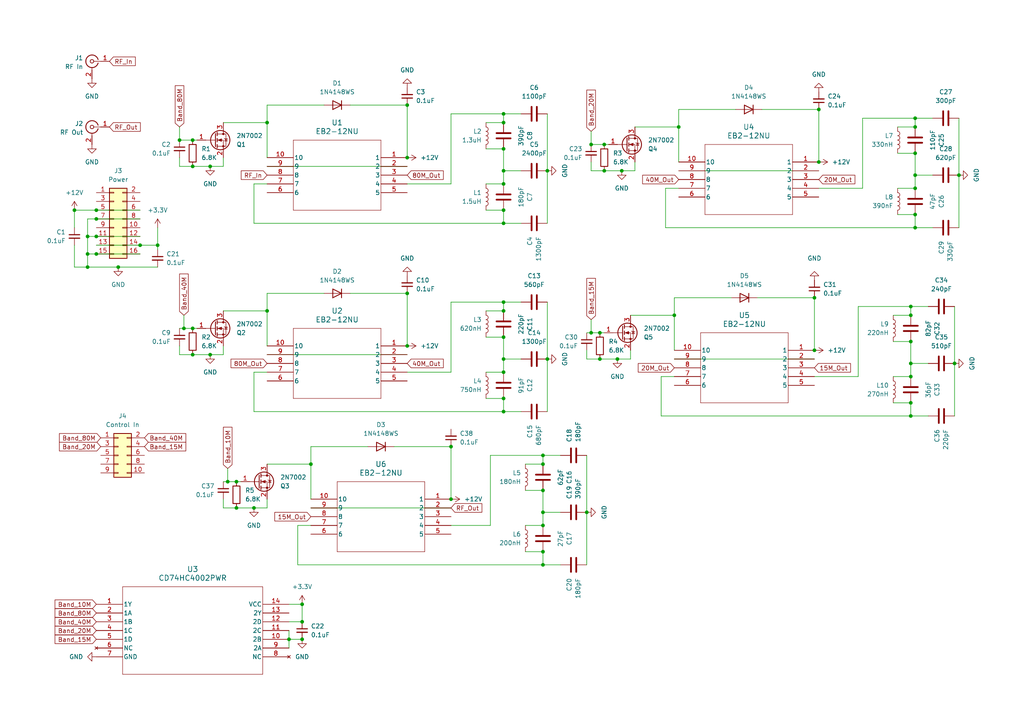
<source format=kicad_sch>
(kicad_sch (version 20230121) (generator eeschema)
  (paper "A4")
  (title_block (title "T41-EP QSE Filter") (company "Jonathan Burchmore KN6LFB"))
  (lib_symbols
    (symbol "Device:C_Small" (pin_numbers hide) (pin_names (offset 0.254) hide)
      (property "Reference" "C" (at 0.254 1.778 0))
      (property "Value" "C_Small" (at 0.254 -2.032 0))
      (symbol "C_Small_1_1"
        (pin passive line (at 0 2.54 270) (length 2.032) (name "~") (number "1"))
        (pin passive line (at 0 -2.54 90) (length 2.032) (name "~") (number "2"))
      )
    )
    (symbol "QSE Filter:1N4148WS" (pin_numbers hide) (pin_names hide)
      (property "Reference" "D" (at 0 2.54 0))
      (property "Value" "1N4148WS" (at 0 -2.54 0))
      (symbol "1N4148WS_1_1"
        (pin passive line (at -3.81 0 0) (length 2.54) (name "K") (number "1"))
        (pin passive line (at 3.81 0 180) (length 2.54) (name "A") (number "2"))
      )
    )
    (symbol "QSE Filter:2N7002" (pin_names hide)
      (property "Reference" "Q" (at 5.08 1.905 0))
      (property "Value" "2N7002" (at 5.08 0 0))
      (symbol "2N7002_1_1"
        (pin input line (at -5.08 0 0) (length 2.54) (name "G") (number "1"))
        (pin passive line (at 2.54 -5.08 90) (length 2.54) (name "S") (number "2"))
        (pin passive line (at 2.54 5.08 270) (length 2.54) (name "D") (number "3"))
      )
    )
    (symbol "QSE Filter:C" (pin_numbers hide) (pin_names (offset 0.254))
      (property "Reference" "C" (at 0.635 2.54 0))
      (property "Value" "C" (at 0.635 -2.54 0))
      (symbol "C_1_1"
        (pin passive line (at 0 3.81 270) (length 2.794) (name "~") (number "1"))
        (pin passive line (at 0 -3.81 90) (length 2.794) (name "~") (number "2"))
      )
    )
    (symbol "QSE Filter:CD74HC4002PWR" (pin_names (offset 0.254))
      (property "Reference" "U" (at 27.94 10.16 0))
      (property "Value" "CD74HC4002PWR" (at 27.94 7.62 0))
      (symbol "CD74HC4002PWR_0_1"
        (pin output line (at 0 0 0) (length 7.62) (name "1Y") (number "1"))
        (pin input line (at 55.88 -10.16 180) (length 7.62) (name "2B") (number "10"))
        (pin input line (at 55.88 -7.62 180) (length 7.62) (name "2C") (number "11"))
        (pin input line (at 55.88 -5.08 180) (length 7.62) (name "2D") (number "12"))
        (pin output line (at 55.88 -2.54 180) (length 7.62) (name "2Y") (number "13"))
        (pin power_in line (at 55.88 0 180) (length 7.62) (name "VCC") (number "14"))
        (pin input line (at 0 -2.54 0) (length 7.62) (name "1A") (number "2"))
        (pin input line (at 0 -5.08 0) (length 7.62) (name "1B") (number "3"))
        (pin input line (at 0 -7.62 0) (length 7.62) (name "1C") (number "4"))
        (pin input line (at 0 -10.16 0) (length 7.62) (name "1D") (number "5"))
        (pin no_connect line (at 0 -12.7 0) (length 7.62) (name "NC") (number "6"))
        (pin power_in line (at 0 -15.24 0) (length 7.62) (name "GND") (number "7"))
        (pin no_connect line (at 55.88 -15.24 180) (length 7.62) (name "NC") (number "8"))
        (pin input line (at 55.88 -12.7 180) (length 7.62) (name "2A") (number "9"))
      )
    )
    (symbol "QSE Filter:C_Small" (pin_numbers hide) (pin_names (offset 0.254) hide)
      (property "Reference" "C" (at 0.254 1.778 0))
      (property "Value" "C_Small" (at 0.254 -2.032 0))
      (symbol "C_Small_1_1"
        (pin passive line (at 0 2.54 270) (length 2.032) (name "~") (number "1"))
        (pin passive line (at 0 -2.54 90) (length 2.032) (name "~") (number "2"))
      )
    )
    (symbol "QSE Filter:Conn_02x05_Odd_Even" (pin_names (offset 1.016) hide)
      (property "Reference" "J" (at 1.27 7.62 0))
      (property "Value" "Conn_02x05_Odd_Even" (at 1.27 -7.62 0))
      (symbol "Conn_02x05_Odd_Even_1_1"
        (pin passive line (at -5.08 5.08 0) (length 3.81) (name "Pin_1") (number "1"))
        (pin passive line (at 7.62 -5.08 180) (length 3.81) (name "Pin_10") (number "10"))
        (pin passive line (at 7.62 5.08 180) (length 3.81) (name "Pin_2") (number "2"))
        (pin passive line (at -5.08 2.54 0) (length 3.81) (name "Pin_3") (number "3"))
        (pin passive line (at 7.62 2.54 180) (length 3.81) (name "Pin_4") (number "4"))
        (pin passive line (at -5.08 0 0) (length 3.81) (name "Pin_5") (number "5"))
        (pin passive line (at 7.62 0 180) (length 3.81) (name "Pin_6") (number "6"))
        (pin passive line (at -5.08 -2.54 0) (length 3.81) (name "Pin_7") (number "7"))
        (pin passive line (at 7.62 -2.54 180) (length 3.81) (name "Pin_8") (number "8"))
        (pin passive line (at -5.08 -5.08 0) (length 3.81) (name "Pin_9") (number "9"))
      )
    )
    (symbol "QSE Filter:Conn_02x08_Odd_Even" (pin_names (offset 1.016) hide)
      (property "Reference" "J" (at 1.27 10.16 0))
      (property "Value" "Conn_02x08_Odd_Even" (at 1.27 -12.7 0))
      (symbol "Conn_02x08_Odd_Even_1_1"
        (pin passive line (at -5.08 7.62 0) (length 3.81) (name "Pin_1") (number "1"))
        (pin passive line (at 7.62 -2.54 180) (length 3.81) (name "Pin_10") (number "10"))
        (pin passive line (at -5.08 -5.08 0) (length 3.81) (name "Pin_11") (number "11"))
        (pin passive line (at 7.62 -5.08 180) (length 3.81) (name "Pin_12") (number "12"))
        (pin passive line (at -5.08 -7.62 0) (length 3.81) (name "Pin_13") (number "13"))
        (pin passive line (at 7.62 -7.62 180) (length 3.81) (name "Pin_14") (number "14"))
        (pin passive line (at -5.08 -10.16 0) (length 3.81) (name "Pin_15") (number "15"))
        (pin passive line (at 7.62 -10.16 180) (length 3.81) (name "Pin_16") (number "16"))
        (pin passive line (at 7.62 7.62 180) (length 3.81) (name "Pin_2") (number "2"))
        (pin passive line (at -5.08 5.08 0) (length 3.81) (name "Pin_3") (number "3"))
        (pin passive line (at 7.62 5.08 180) (length 3.81) (name "Pin_4") (number "4"))
        (pin passive line (at -5.08 2.54 0) (length 3.81) (name "Pin_5") (number "5"))
        (pin passive line (at 7.62 2.54 180) (length 3.81) (name "Pin_6") (number "6"))
        (pin passive line (at -5.08 0 0) (length 3.81) (name "Pin_7") (number "7"))
        (pin passive line (at 7.62 0 180) (length 3.81) (name "Pin_8") (number "8"))
        (pin passive line (at -5.08 -2.54 0) (length 3.81) (name "Pin_9") (number "9"))
      )
    )
    (symbol "QSE Filter:Conn_Coaxial" (pin_names (offset 1.016) hide)
      (property "Reference" "J" (at 0.254 3.048 0))
      (property "Value" "Conn_Coaxial" (at 2.921 0 90))
      (symbol "Conn_Coaxial_1_1"
        (pin passive line (at -5.08 0 0) (length 2.54) (name "In") (number "1"))
        (pin passive line (at 0 -5.08 90) (length 2.54) (name "Ext") (number "2"))
        (pin passive line (at 0 -5.08 90) (length 2.54) hide (name "Ext") (number "3"))
        (pin passive line (at 0 -5.08 90) (length 2.54) hide (name "Ext") (number "4"))
        (pin passive line (at 0 -5.08 90) (length 2.54) hide (name "Ext") (number "5"))
      )
    )
    (symbol "QSE Filter:EB2-12NU" (pin_names (offset 0.254))
      (property "Reference" "U" (at 20.32 10.16 0))
      (property "Value" "EB2-12NU" (at 20.32 7.62 0))
      (symbol "EB2-12NU_0_1"
        (pin unspecified line (at 0 0 0) (length 7.62) (name "1") (number "1"))
        (pin unspecified line (at 40.64 0 180) (length 7.62) (name "10") (number "10"))
        (pin unspecified line (at 0 -2.54 0) (length 7.62) (name "2") (number "2"))
        (pin unspecified line (at 0 -5.08 0) (length 7.62) (name "3") (number "3"))
        (pin unspecified line (at 0 -7.62 0) (length 7.62) (name "4") (number "4"))
        (pin unspecified line (at 0 -10.16 0) (length 7.62) (name "5") (number "5"))
        (pin unspecified line (at 40.64 -10.16 180) (length 7.62) (name "6") (number "6"))
        (pin unspecified line (at 40.64 -7.62 180) (length 7.62) (name "7") (number "7"))
        (pin unspecified line (at 40.64 -5.08 180) (length 7.62) (name "8") (number "8"))
        (pin unspecified line (at 40.64 -2.54 180) (length 7.62) (name "9") (number "9"))
      )
    )
    (symbol "QSE Filter:L" (pin_numbers hide) (pin_names (offset 1.016) hide)
      (property "Reference" "L" (at -1.27 0 90))
      (property "Value" "L" (at 1.905 0 90))
      (symbol "L_1_1"
        (pin passive line (at 0 3.81 270) (length 1.27) (name "1") (number "1"))
        (pin passive line (at 0 -3.81 90) (length 1.27) (name "2") (number "2"))
      )
    )
    (symbol "QSE Filter:R" (pin_numbers hide) (pin_names (offset 0))
      (property "Reference" "R" (at 2.032 0 90))
      (property "Value" "R" (at 0 0 90))
      (symbol "R_1_1"
        (pin passive line (at 0 3.81 270) (length 1.27) (name "~") (number "1"))
        (pin passive line (at 0 -3.81 90) (length 1.27) (name "~") (number "2"))
      )
    )
    (symbol "power:+12V" (power) (pin_names (offset 0))
      (property "Value" "+12V" (at 0 3.556 0))
      (symbol "+12V_1_1"
        (pin power_in line (at 0 0 90) (length 0) hide (name "+12V") (number "1"))
      )
    )
    (symbol "power:+3.3V" (power) (pin_names (offset 0))
      (property "Value" "+3.3V" (at 0 3.556 0))
      (symbol "+3.3V_1_1"
        (pin power_in line (at 0 0 90) (length 0) hide (name "+3.3V") (number "1"))
      )
    )
    (symbol "power:GND" (power) (pin_names (offset 0))
      (property "Value" "GND" (at 0 -3.81 0))
      (symbol "GND_1_1"
        (pin power_in line (at 0 0 270) (length 0) hide (name "GND") (number "1"))
      )
    )
  )
  (junction (at 87.63 180.34))
  (junction (at 25.4 68.58))
  (junction (at 52.07 40.64))
  (junction (at 21.59 60.96))
  (junction (at 276.86 105.41))
  (junction (at 27.94 63.5))
  (junction (at 265.43 54.61))
  (junction (at 265.43 36.83))
  (junction (at 170.18 148.59))
  (junction (at 265.43 44.45))
  (junction (at 157.48 134.62))
  (junction (at 146.05 53.34))
  (junction (at 146.05 119.38))
  (junction (at 118.11 30.48))
  (junction (at 40.64 71.12))
  (junction (at 264.16 120.65))
  (junction (at 146.05 87.63))
  (junction (at 196.85 36.83))
  (junction (at 53.34 95.25))
  (junction (at 157.48 148.59))
  (junction (at 173.99 104.14))
  (junction (at 157.48 132.08))
  (junction (at 146.05 90.17))
  (junction (at 25.4 73.66))
  (junction (at 175.26 49.53))
  (junction (at 146.05 64.77))
  (junction (at 237.49 31.75))
  (junction (at 66.04 139.7))
  (junction (at 173.99 96.52))
  (junction (at 265.43 34.29))
  (junction (at 90.17 134.62))
  (junction (at 175.26 41.91))
  (junction (at 130.81 144.78))
  (junction (at 264.16 109.22))
  (junction (at 25.4 77.47))
  (junction (at 158.75 49.53))
  (junction (at 236.22 101.6))
  (junction (at 171.45 41.91))
  (junction (at 87.63 175.26))
  (junction (at 146.05 115.57))
  (junction (at 55.88 40.64))
  (junction (at 45.72 71.12))
  (junction (at 27.94 68.58))
  (junction (at 27.94 73.66))
  (junction (at 146.05 97.79))
  (junction (at 60.96 48.26))
  (junction (at 55.88 102.87))
  (junction (at 146.05 35.56))
  (junction (at 55.88 48.26))
  (junction (at 180.34 49.53))
  (junction (at 265.43 50.8))
  (junction (at 157.48 160.02))
  (junction (at 27.94 60.96))
  (junction (at 118.11 85.09))
  (junction (at 146.05 49.53))
  (junction (at 264.16 116.84))
  (junction (at 237.49 46.99))
  (junction (at 87.63 185.42))
  (junction (at 146.05 33.02))
  (junction (at 34.29 77.47))
  (junction (at 264.16 91.44))
  (junction (at 179.07 104.14))
  (junction (at 118.11 45.72))
  (junction (at 157.48 142.24))
  (junction (at 278.13 50.8))
  (junction (at 77.47 35.56))
  (junction (at 171.45 96.52))
  (junction (at 130.81 129.54))
  (junction (at 236.22 86.36))
  (junction (at 146.05 60.96))
  (junction (at 55.88 95.25))
  (junction (at 264.16 88.9))
  (junction (at 157.48 152.4))
  (junction (at 146.05 107.95))
  (junction (at 60.96 102.87))
  (junction (at 68.58 147.32))
  (junction (at 73.66 147.32))
  (junction (at 146.05 104.14))
  (junction (at 77.47 90.17))
  (junction (at 264.16 105.41))
  (junction (at 195.58 91.44))
  (junction (at 264.16 99.06))
  (junction (at 157.48 163.83))
  (junction (at 158.75 104.14))
  (junction (at 265.43 66.04))
  (junction (at 83.82 185.42))
  (junction (at 146.05 43.18))
  (junction (at 265.43 62.23))
  (junction (at 118.11 100.33))
  (junction (at 68.58 139.7))
  (wire (pts (xy 157.48 134.62) (xy 157.48 132.08)))
  (wire (pts (xy 151.13 119.38) (xy 146.05 119.38)))
  (wire (pts (xy 90.17 129.54) (xy 106.68 129.54)))
  (wire (pts (xy 52.07 102.87) (xy 55.88 102.87)))
  (wire (pts (xy 27.94 63.5) (xy 40.64 63.5)))
  (wire (pts (xy 171.45 41.91) (xy 175.26 41.91)))
  (wire (pts (xy 237.49 31.75) (xy 237.49 46.99)))
  (wire (pts (xy 52.07 95.25) (xy 53.34 95.25)))
  (wire (pts (xy 264.16 88.9) (xy 248.92 88.9)))
  (wire (pts (xy 25.4 63.5) (xy 25.4 68.58)))
  (wire (pts (xy 171.45 49.53) (xy 171.45 46.99)))
  (wire (pts (xy 64.77 48.26) (xy 64.77 45.72)))
  (wire (pts (xy 195.58 109.22) (xy 191.77 109.22)))
  (wire (pts (xy 52.07 36.83) (xy 52.07 40.64)))
  (wire (pts (xy 73.66 119.38) (xy 146.05 119.38)))
  (wire (pts (xy 90.17 147.32) (xy 130.81 147.32)))
  (wire (pts (xy 60.96 102.87) (xy 64.77 102.87)))
  (wire (pts (xy 146.05 33.02) (xy 151.13 33.02)))
  (wire (pts (xy 171.45 49.53) (xy 175.26 49.53)))
  (wire (pts (xy 21.59 60.96) (xy 21.59 66.04)))
  (wire (pts (xy 259.08 99.06) (xy 264.16 99.06)))
  (wire (pts (xy 55.88 95.25) (xy 57.15 95.25)))
  (wire (pts (xy 157.48 132.08) (xy 142.24 132.08)))
  (wire (pts (xy 140.97 60.96) (xy 146.05 60.96)))
  (wire (pts (xy 219.71 86.36) (xy 236.22 86.36)))
  (wire (pts (xy 114.3 129.54) (xy 130.81 129.54)))
  (wire (pts (xy 66.04 139.7) (xy 68.58 139.7)))
  (wire (pts (xy 52.07 102.87) (xy 52.07 100.33)))
  (wire (pts (xy 171.45 38.1) (xy 171.45 41.91)))
  (wire (pts (xy 83.82 182.88) (xy 83.82 185.42)))
  (wire (pts (xy 101.6 30.48) (xy 118.11 30.48)))
  (wire (pts (xy 220.98 31.75) (xy 237.49 31.75)))
  (wire (pts (xy 146.05 33.02) (xy 130.81 33.02)))
  (wire (pts (xy 171.45 92.71) (xy 171.45 96.52)))
  (wire (pts (xy 140.97 115.57) (xy 146.05 115.57)))
  (wire (pts (xy 193.04 54.61) (xy 193.04 66.04)))
  (wire (pts (xy 73.66 64.77) (xy 146.05 64.77)))
  (wire (pts (xy 118.11 85.09) (xy 118.11 100.33)))
  (wire (pts (xy 27.94 63.5) (xy 25.4 63.5)))
  (wire (pts (xy 77.47 134.62) (xy 90.17 134.62)))
  (wire (pts (xy 77.47 147.32) (xy 77.47 144.78)))
  (wire (pts (xy 77.47 85.09) (xy 93.98 85.09)))
  (wire (pts (xy 265.43 50.8) (xy 270.51 50.8)))
  (wire (pts (xy 140.97 53.34) (xy 146.05 53.34)))
  (wire (pts (xy 158.75 104.14) (xy 158.75 87.63)))
  (wire (pts (xy 260.35 54.61) (xy 265.43 54.61)))
  (wire (pts (xy 264.16 91.44) (xy 264.16 88.9)))
  (wire (pts (xy 45.72 71.12) (xy 45.72 72.39)))
  (wire (pts (xy 130.81 87.63) (xy 130.81 107.95)))
  (wire (pts (xy 173.99 96.52) (xy 175.26 96.52)))
  (wire (pts (xy 86.36 163.83) (xy 157.48 163.83)))
  (wire (pts (xy 52.07 48.26) (xy 52.07 45.72)))
  (wire (pts (xy 90.17 152.4) (xy 86.36 152.4)))
  (wire (pts (xy 175.26 41.91) (xy 176.53 41.91)))
  (wire (pts (xy 248.92 88.9) (xy 248.92 109.22)))
  (wire (pts (xy 34.29 77.47) (xy 45.72 77.47)))
  (wire (pts (xy 77.47 45.72) (xy 77.47 35.56)))
  (wire (pts (xy 278.13 50.8) (xy 278.13 34.29)))
  (wire (pts (xy 259.08 109.22) (xy 264.16 109.22)))
  (wire (pts (xy 77.47 102.87) (xy 118.11 102.87)))
  (wire (pts (xy 64.77 35.56) (xy 77.47 35.56)))
  (wire (pts (xy 265.43 34.29) (xy 270.51 34.29)))
  (wire (pts (xy 52.07 48.26) (xy 55.88 48.26)))
  (wire (pts (xy 77.47 90.17) (xy 77.47 85.09)))
  (wire (pts (xy 264.16 105.41) (xy 264.16 99.06)))
  (wire (pts (xy 21.59 77.47) (xy 25.4 77.47)))
  (wire (pts (xy 259.08 91.44) (xy 264.16 91.44)))
  (wire (pts (xy 64.77 147.32) (xy 64.77 144.78)))
  (wire (pts (xy 184.15 49.53) (xy 184.15 46.99)))
  (wire (pts (xy 276.86 120.65) (xy 276.86 105.41)))
  (wire (pts (xy 90.17 134.62) (xy 90.17 129.54)))
  (wire (pts (xy 87.63 185.42) (xy 83.82 185.42)))
  (wire (pts (xy 101.6 85.09) (xy 118.11 85.09)))
  (wire (pts (xy 170.18 163.83) (xy 170.18 148.59)))
  (wire (pts (xy 170.18 96.52) (xy 171.45 96.52)))
  (wire (pts (xy 55.88 40.64) (xy 57.15 40.64)))
  (wire (pts (xy 146.05 90.17) (xy 146.05 87.63)))
  (wire (pts (xy 27.94 73.66) (xy 40.64 73.66)))
  (wire (pts (xy 64.77 102.87) (xy 64.77 100.33)))
  (wire (pts (xy 269.24 120.65) (xy 264.16 120.65)))
  (wire (pts (xy 40.64 71.12) (xy 45.72 71.12)))
  (wire (pts (xy 83.82 185.42) (xy 83.82 187.96)))
  (wire (pts (xy 152.4 134.62) (xy 157.48 134.62)))
  (wire (pts (xy 86.36 152.4) (xy 86.36 163.83)))
  (wire (pts (xy 146.05 87.63) (xy 151.13 87.63)))
  (wire (pts (xy 140.97 35.56) (xy 146.05 35.56)))
  (wire (pts (xy 173.99 104.14) (xy 179.07 104.14)))
  (wire (pts (xy 83.82 180.34) (xy 87.63 180.34)))
  (wire (pts (xy 146.05 64.77) (xy 146.05 60.96)))
  (wire (pts (xy 118.11 107.95) (xy 130.81 107.95)))
  (wire (pts (xy 265.43 54.61) (xy 265.43 50.8)))
  (wire (pts (xy 64.77 90.17) (xy 77.47 90.17)))
  (wire (pts (xy 157.48 132.08) (xy 162.56 132.08)))
  (wire (pts (xy 157.48 148.59) (xy 162.56 148.59)))
  (wire (pts (xy 152.4 142.24) (xy 157.48 142.24)))
  (wire (pts (xy 73.66 107.95) (xy 73.66 119.38)))
  (wire (pts (xy 25.4 73.66) (xy 27.94 73.66)))
  (wire (pts (xy 73.66 147.32) (xy 77.47 147.32)))
  (wire (pts (xy 25.4 68.58) (xy 27.94 68.58)))
  (wire (pts (xy 142.24 132.08) (xy 142.24 152.4)))
  (wire (pts (xy 264.16 105.41) (xy 269.24 105.41)))
  (wire (pts (xy 77.47 107.95) (xy 73.66 107.95)))
  (wire (pts (xy 259.08 116.84) (xy 264.16 116.84)))
  (wire (pts (xy 193.04 66.04) (xy 265.43 66.04)))
  (wire (pts (xy 196.85 31.75) (xy 213.36 31.75)))
  (wire (pts (xy 264.16 88.9) (xy 269.24 88.9)))
  (wire (pts (xy 77.47 30.48) (xy 93.98 30.48)))
  (wire (pts (xy 157.48 163.83) (xy 157.48 160.02)))
  (wire (pts (xy 27.94 71.12) (xy 40.64 71.12)))
  (wire (pts (xy 158.75 64.77) (xy 158.75 49.53)))
  (wire (pts (xy 68.58 139.7) (xy 69.85 139.7)))
  (wire (pts (xy 118.11 30.48) (xy 118.11 45.72)))
  (wire (pts (xy 191.77 109.22) (xy 191.77 120.65)))
  (wire (pts (xy 171.45 96.52) (xy 173.99 96.52)))
  (wire (pts (xy 265.43 50.8) (xy 265.43 44.45)))
  (wire (pts (xy 195.58 104.14) (xy 236.22 104.14)))
  (wire (pts (xy 146.05 104.14) (xy 151.13 104.14)))
  (wire (pts (xy 146.05 107.95) (xy 146.05 104.14)))
  (wire (pts (xy 118.11 53.34) (xy 130.81 53.34)))
  (wire (pts (xy 278.13 66.04) (xy 278.13 50.8)))
  (wire (pts (xy 191.77 120.65) (xy 264.16 120.65)))
  (wire (pts (xy 27.94 68.58) (xy 40.64 68.58)))
  (wire (pts (xy 179.07 104.14) (xy 182.88 104.14)))
  (wire (pts (xy 25.4 77.47) (xy 34.29 77.47)))
  (wire (pts (xy 53.34 91.44) (xy 53.34 95.25)))
  (wire (pts (xy 265.43 66.04) (xy 265.43 62.23)))
  (wire (pts (xy 52.07 40.64) (xy 55.88 40.64)))
  (wire (pts (xy 195.58 91.44) (xy 195.58 86.36)))
  (wire (pts (xy 146.05 49.53) (xy 146.05 43.18)))
  (wire (pts (xy 236.22 109.22) (xy 248.92 109.22)))
  (wire (pts (xy 25.4 68.58) (xy 25.4 73.66)))
  (wire (pts (xy 276.86 105.41) (xy 276.86 88.9)))
  (wire (pts (xy 265.43 36.83) (xy 265.43 34.29)))
  (wire (pts (xy 73.66 53.34) (xy 73.66 64.77)))
  (wire (pts (xy 196.85 54.61) (xy 193.04 54.61)))
  (wire (pts (xy 146.05 104.14) (xy 146.05 97.79)))
  (wire (pts (xy 237.49 54.61) (xy 250.19 54.61)))
  (wire (pts (xy 90.17 144.78) (xy 90.17 134.62)))
  (wire (pts (xy 182.88 91.44) (xy 195.58 91.44)))
  (wire (pts (xy 77.47 48.26) (xy 118.11 48.26)))
  (wire (pts (xy 265.43 34.29) (xy 250.19 34.29)))
  (wire (pts (xy 184.15 36.83) (xy 196.85 36.83)))
  (wire (pts (xy 260.35 62.23) (xy 265.43 62.23)))
  (wire (pts (xy 180.34 49.53) (xy 184.15 49.53)))
  (wire (pts (xy 77.47 53.34) (xy 73.66 53.34)))
  (wire (pts (xy 146.05 35.56) (xy 146.05 33.02)))
  (wire (pts (xy 68.58 147.32) (xy 73.66 147.32)))
  (wire (pts (xy 260.35 36.83) (xy 265.43 36.83)))
  (wire (pts (xy 55.88 102.87) (xy 60.96 102.87)))
  (wire (pts (xy 55.88 48.26) (xy 60.96 48.26)))
  (wire (pts (xy 196.85 36.83) (xy 196.85 31.75)))
  (wire (pts (xy 45.72 71.12) (xy 45.72 66.04)))
  (wire (pts (xy 157.48 148.59) (xy 157.48 142.24)))
  (wire (pts (xy 21.59 71.12) (xy 21.59 77.47)))
  (wire (pts (xy 146.05 53.34) (xy 146.05 49.53)))
  (wire (pts (xy 175.26 49.53) (xy 180.34 49.53)))
  (wire (pts (xy 260.35 44.45) (xy 265.43 44.45)))
  (wire (pts (xy 196.85 46.99) (xy 196.85 36.83)))
  (wire (pts (xy 270.51 66.04) (xy 265.43 66.04)))
  (wire (pts (xy 60.96 48.26) (xy 64.77 48.26)))
  (wire (pts (xy 140.97 90.17) (xy 146.05 90.17)))
  (wire (pts (xy 158.75 119.38) (xy 158.75 104.14)))
  (wire (pts (xy 157.48 152.4) (xy 157.48 148.59)))
  (wire (pts (xy 140.97 107.95) (xy 146.05 107.95)))
  (wire (pts (xy 236.22 86.36) (xy 236.22 101.6)))
  (wire (pts (xy 170.18 148.59) (xy 170.18 132.08)))
  (wire (pts (xy 182.88 104.14) (xy 182.88 101.6)))
  (wire (pts (xy 250.19 34.29) (xy 250.19 54.61)))
  (wire (pts (xy 66.04 135.89) (xy 66.04 139.7)))
  (wire (pts (xy 25.4 73.66) (xy 25.4 77.47)))
  (wire (pts (xy 170.18 104.14) (xy 173.99 104.14)))
  (wire (pts (xy 77.47 100.33) (xy 77.47 90.17)))
  (wire (pts (xy 196.85 49.53) (xy 237.49 49.53)))
  (wire (pts (xy 87.63 180.34) (xy 87.63 175.26)))
  (wire (pts (xy 130.81 129.54) (xy 130.81 144.78)))
  (wire (pts (xy 264.16 109.22) (xy 264.16 105.41)))
  (wire (pts (xy 170.18 104.14) (xy 170.18 101.6)))
  (wire (pts (xy 146.05 49.53) (xy 151.13 49.53)))
  (wire (pts (xy 140.97 43.18) (xy 146.05 43.18)))
  (wire (pts (xy 64.77 147.32) (xy 68.58 147.32)))
  (wire (pts (xy 162.56 163.83) (xy 157.48 163.83)))
  (wire (pts (xy 64.77 139.7) (xy 66.04 139.7)))
  (wire (pts (xy 27.94 60.96) (xy 40.64 60.96)))
  (wire (pts (xy 77.47 35.56) (xy 77.47 30.48)))
  (wire (pts (xy 152.4 160.02) (xy 157.48 160.02)))
  (wire (pts (xy 158.75 49.53) (xy 158.75 33.02)))
  (wire (pts (xy 195.58 101.6) (xy 195.58 91.44)))
  (wire (pts (xy 53.34 95.25) (xy 55.88 95.25)))
  (wire (pts (xy 21.59 60.96) (xy 27.94 60.96)))
  (wire (pts (xy 140.97 97.79) (xy 146.05 97.79)))
  (wire (pts (xy 151.13 64.77) (xy 146.05 64.77)))
  (wire (pts (xy 130.81 33.02) (xy 130.81 53.34)))
  (wire (pts (xy 264.16 120.65) (xy 264.16 116.84)))
  (wire (pts (xy 146.05 87.63) (xy 130.81 87.63)))
  (wire (pts (xy 87.63 175.26) (xy 83.82 175.26)))
  (wire (pts (xy 152.4 152.4) (xy 157.48 152.4)))
  (wire (pts (xy 142.24 152.4) (xy 130.81 152.4)))
  (wire (pts (xy 146.05 119.38) (xy 146.05 115.57)))
  (wire (pts (xy 195.58 86.36) (xy 212.09 86.36)))
  (global_label "Band_40M" (shape input) (at 41.91 127 0) (property "Intersheetrefs" "${INTERSHEET_REFS}" (effects hide)))
  (global_label "Band_15M" (shape input) (at 171.45 92.71 90) (property "Intersheetrefs" "${INTERSHEET_REFS}" (effects hide)))
  (global_label "Band_80M" (shape input) (at 27.94 177.8 180) (property "Intersheetrefs" "${INTERSHEET_REFS}" (effects hide)))
  (global_label "80M_Out" (shape input) (at 77.47 105.41 180) (property "Intersheetrefs" "${INTERSHEET_REFS}" (effects hide)))
  (global_label "15M_Out" (shape input) (at 90.17 149.86 180) (property "Intersheetrefs" "${INTERSHEET_REFS}" (effects hide)))
  (global_label "15M_Out" (shape input) (at 236.22 106.68 0) (property "Intersheetrefs" "${INTERSHEET_REFS}" (effects hide)))
  (global_label "Band_15M" (shape input) (at 41.91 129.54 0) (property "Intersheetrefs" "${INTERSHEET_REFS}" (effects hide)))
  (global_label "RF_In" (shape input) (at 77.47 50.8 180) (property "Intersheetrefs" "${INTERSHEET_REFS}" (effects hide)))
  (global_label "RF_Out" (shape input) (at 31.75 36.83 0) (property "Intersheetrefs" "${INTERSHEET_REFS}" (effects hide)))
  (global_label "Band_20M" (shape input) (at 27.94 182.88 180) (property "Intersheetrefs" "${INTERSHEET_REFS}" (effects hide)))
  (global_label "40M_Out" (shape input) (at 196.85 52.07 180) (property "Intersheetrefs" "${INTERSHEET_REFS}" (effects hide)))
  (global_label "40M_Out" (shape input) (at 118.11 105.41 0) (property "Intersheetrefs" "${INTERSHEET_REFS}" (effects hide)))
  (global_label "Band_15M" (shape input) (at 27.94 185.42 180) (property "Intersheetrefs" "${INTERSHEET_REFS}" (effects hide)))
  (global_label "Band_80M" (shape input) (at 52.07 36.83 90) (property "Intersheetrefs" "${INTERSHEET_REFS}" (effects hide)))
  (global_label "Band_20M" (shape input) (at 171.45 38.1 90) (property "Intersheetrefs" "${INTERSHEET_REFS}" (effects hide)))
  (global_label "Band_20M" (shape input) (at 29.21 129.54 180) (property "Intersheetrefs" "${INTERSHEET_REFS}" (effects hide)))
  (global_label "Band_10M" (shape input) (at 66.04 135.89 90) (property "Intersheetrefs" "${INTERSHEET_REFS}" (effects hide)))
  (global_label "20M_Out" (shape input) (at 237.49 52.07 0) (property "Intersheetrefs" "${INTERSHEET_REFS}" (effects hide)))
  (global_label "Band_40M" (shape input) (at 53.34 91.44 90) (property "Intersheetrefs" "${INTERSHEET_REFS}" (effects hide)))
  (global_label "80M_Out" (shape input) (at 118.11 50.8 0) (property "Intersheetrefs" "${INTERSHEET_REFS}" (effects hide)))
  (global_label "Band_10M" (shape input) (at 27.94 175.26 180) (property "Intersheetrefs" "${INTERSHEET_REFS}" (effects hide)))
  (global_label "RF_Out" (shape input) (at 130.81 147.32 0) (property "Intersheetrefs" "${INTERSHEET_REFS}" (effects hide)))
  (global_label "Band_40M" (shape input) (at 27.94 180.34 180) (property "Intersheetrefs" "${INTERSHEET_REFS}" (effects hide)))
  (global_label "Band_80M" (shape input) (at 29.21 127 180) (property "Intersheetrefs" "${INTERSHEET_REFS}" (effects hide)))
  (global_label "RF_In" (shape input) (at 31.75 17.78 0) (property "Intersheetrefs" "${INTERSHEET_REFS}" (effects hide)))
  (global_label "20M_Out" (shape input) (at 195.58 106.68 180) (property "Intersheetrefs" "${INTERSHEET_REFS}" (effects hide)))
  (symbol (lib_id "power:GND") (at 237.49 26.67 180) (unit 1)
    (property "Reference" "#PWR018" (effects hide))
    (property "Value" "GND" (at 237.49 21.59 0))
  )
  (symbol (lib_id "QSE Filter:C_Small") (at 21.59 68.58 0) (unit 1)
    (property "Reference" "C1" (at 19.05 67.3163 0) (effects (justify right)))
    (property "Value" "0.1uF" (at 19.05 69.8563 0) (effects (justify right)))
    (property "Footprint" "QSE Filter:C_0805_2012Metric" (effects hide))
  )
  (symbol (lib_id "QSE Filter:CD74HC4002PWR") (at 27.94 175.26 0) (unit 1)
    (property "Reference" "U3" (at 55.88 165.1 0) (effects (font (size 1.524 1.524))))
    (property "Value" "CD74HC4002PWR" (at 55.88 167.64 0) (effects (font (size 1.524 1.524))))
    (property "Footprint" "PW14" (effects hide))
    (property "Datasheet" "CD74HC4002PWR" (effects hide))
  )
  (symbol (lib_id "QSE Filter:C") (at 157.48 156.21 0) (mirror x) (unit 1)
    (property "Reference" "C17" (at 165.1 156.21 90))
    (property "Value" "27pF" (at 162.56 156.21 90))
    (property "Footprint" "QSE Filter:C_0805_2012Metric" (effects hide))
  )
  (symbol (lib_id "QSE Filter:L") (at 259.08 95.25 0) (mirror x) (unit 1)
    (property "Reference" "L9" (at 257.81 93.98 0) (effects (justify right)))
    (property "Value" "220nH" (at 257.81 96.52 0) (effects (justify right)))
    (property "Footprint" "QSE Filter:IND_1008CS_COC" (effects hide))
  )
  (symbol (lib_id "QSE Filter:C") (at 265.43 58.42 0) (mirror x) (unit 1)
    (property "Reference" "C26" (at 273.05 58.42 90))
    (property "Value" "47pF" (at 270.51 58.42 90))
    (property "Footprint" "QSE Filter:C_0805_2012Metric" (effects hide))
  )
  (symbol (lib_id "QSE Filter:L") (at 259.08 113.03 0) (mirror x) (unit 1)
    (property "Reference" "L10" (at 257.81 111.76 0) (effects (justify right)))
    (property "Value" "270nH" (at 257.81 114.3 0) (effects (justify right)))
    (property "Footprint" "QSE Filter:IND_1008CS_COC" (effects hide))
  )
  (symbol (lib_id "power:GND") (at 118.11 25.4 180) (unit 1)
    (property "Reference" "#PWR07" (effects hide))
    (property "Value" "GND" (at 118.11 20.32 0))
  )
  (symbol (lib_id "QSE Filter:Conn_02x08_Odd_Even") (at 33.02 63.5 0) (unit 1)
    (property "Reference" "J3" (at 34.29 49.53 0))
    (property "Value" "Power" (at 34.29 52.07 0))
    (property "Footprint" "QSE Filter:IDC-Header_2x08_P2.54mm_Vertical" (effects hide))
  )
  (symbol (lib_id "QSE Filter:2N7002") (at 180.34 96.52 0) (unit 1)
    (property "Reference" "Q5" (at 186.69 97.79 0) (effects (justify left)))
    (property "Value" "2N7002" (at 186.69 95.25 0) (effects (justify left)))
    (property "Footprint" "QSE Filter:SOT-23" (effects hide))
    (property "Datasheet" "https://www.onsemi.com/pub/Collateral/NDS7002A-D.PDF" (effects hide))
  )
  (symbol (lib_id "QSE Filter:R") (at 55.88 99.06 0) (unit 1)
    (property "Reference" "R2" (at 58.42 97.79 0) (effects (justify left)))
    (property "Value" "6.8K" (at 58.42 100.33 0) (effects (justify left)))
    (property "Footprint" "QSE Filter:R_0805_2012Metric" (effects hide))
  )
  (symbol (lib_id "QSE Filter:C") (at 274.32 66.04 90) (mirror x) (unit 1)
    (property "Reference" "C29" (at 273.05 69.85 0) (effects (justify left)))
    (property "Value" "330pF" (at 275.59 69.85 0) (effects (justify left)))
    (property "Footprint" "QSE Filter:C_0805_2012Metric" (effects hide))
  )
  (symbol (lib_id "QSE Filter:C") (at 273.05 88.9 90) (unit 1)
    (property "Reference" "C34" (at 273.05 81.28 90))
    (property "Value" "240pF" (at 273.05 83.82 90))
    (property "Footprint" "QSE Filter:C_0805_2012Metric" (effects hide))
  )
  (symbol (lib_id "QSE Filter:C") (at 166.37 163.83 90) (mirror x) (unit 1)
    (property "Reference" "C20" (at 165.1 167.64 0) (effects (justify left)))
    (property "Value" "180pF" (at 167.64 167.64 0) (effects (justify left)))
    (property "Footprint" "QSE Filter:C_0805_2012Metric" (effects hide))
  )
  (symbol (lib_id "QSE Filter:C") (at 166.37 132.08 90) (unit 1)
    (property "Reference" "C18" (at 165.1 128.27 0) (effects (justify left)))
    (property "Value" "180pF" (at 167.64 128.27 0) (effects (justify left)))
    (property "Footprint" "QSE Filter:C_0805_2012Metric" (effects hide))
  )
  (symbol (lib_id "QSE Filter:L") (at 140.97 39.37 0) (mirror x) (unit 1)
    (property "Reference" "L2" (at 139.7 38.1 0) (effects (justify right)))
    (property "Value" "1.3uH" (at 139.7 40.64 0) (effects (justify right)))
    (property "Footprint" "QSE Filter:IND_1008CS_COC" (effects hide))
  )
  (symbol (lib_id "QSE Filter:EB2-12NU") (at 118.11 100.33 0) (mirror y) (unit 1)
    (property "Reference" "U2" (at 97.79 90.17 0) (effects (font (size 1.524 1.524))))
    (property "Value" "EB2-12NU" (at 97.79 92.71 0) (effects (font (size 1.524 1.524))))
    (property "Footprint" "QSE Filter:EB2-12NU_KEM" (effects hide))
    (property "Datasheet" "EB2-12NU" (effects hide))
  )
  (symbol (lib_id "QSE Filter:L") (at 140.97 57.15 0) (mirror x) (unit 1)
    (property "Reference" "L1" (at 139.7 55.88 0) (effects (justify right)))
    (property "Value" "1.5uH" (at 139.7 58.42 0) (effects (justify right)))
    (property "Footprint" "QSE Filter:IND_1008CS_COC" (effects hide))
  )
  (symbol (lib_id "QSE Filter:2N7002") (at 62.23 40.64 0) (unit 1)
    (property "Reference" "Q1" (at 68.58 41.91 0) (effects (justify left)))
    (property "Value" "2N7002" (at 68.58 39.37 0) (effects (justify left)))
    (property "Footprint" "QSE Filter:SOT-23" (effects hide))
    (property "Datasheet" "https://www.onsemi.com/pub/Collateral/NDS7002A-D.PDF" (effects hide))
  )
  (symbol (lib_id "power:GND") (at 158.75 49.53 90) (unit 1)
    (property "Reference" "#PWR08" (effects hide))
    (property "Value" "GND" (at 163.83 49.53 0))
  )
  (symbol (lib_id "QSE Filter:C") (at 273.05 120.65 90) (mirror x) (unit 1)
    (property "Reference" "C36" (at 271.78 124.46 0) (effects (justify left)))
    (property "Value" "220pF" (at 274.32 124.46 0) (effects (justify left)))
    (property "Footprint" "QSE Filter:C_0805_2012Metric" (effects hide))
  )
  (symbol (lib_id "power:+12V") (at 118.11 45.72 270) (unit 1)
    (property "Reference" "#PWR05" (effects hide))
    (property "Value" "+12V" (at 121.92 45.72 90) (effects (justify left)))
  )
  (symbol (lib_id "QSE Filter:C_Small") (at 118.11 82.55 180) (unit 1)
    (property "Reference" "C10" (at 120.65 81.2736 0) (effects (justify right)))
    (property "Value" "0.1uF" (at 120.65 83.8136 0) (effects (justify right)))
    (property "Footprint" "QSE Filter:C_0805_2012Metric" (effects hide))
  )
  (symbol (lib_id "QSE Filter:Conn_02x05_Odd_Even") (at 34.29 132.08 0) (unit 1)
    (property "Reference" "J4" (at 35.56 120.65 0))
    (property "Value" "Control In" (at 35.56 123.19 0))
    (property "Footprint" "QSE Filter:IDC-Header_2x05_P2.54mm_Vertical" (effects hide))
  )
  (symbol (lib_id "Device:C_Small") (at 87.63 182.88 0) (unit 1)
    (property "Reference" "C22" (at 90.17 181.6163 0) (effects (justify left)))
    (property "Value" "0.1uF" (at 90.17 184.1563 0) (effects (justify left)))
  )
  (symbol (lib_id "power:+12V") (at 21.59 60.96 0) (unit 1)
    (property "Reference" "#PWR04" (effects hide))
    (property "Value" "+12V" (at 21.59 55.88 0))
  )
  (symbol (lib_id "QSE Filter:Conn_Coaxial") (at 26.67 36.83 0) (mirror y) (unit 1)
    (property "Reference" "J2" (at 24.13 35.8532 0) (effects (justify left)))
    (property "Value" "RF Out" (at 24.13 38.3932 0) (effects (justify left)))
    (property "Footprint" "QSE Filter:CONN_RF2-04A-T-00-50-G_ADM" (effects hide))
    (property "Datasheet" " ~" (effects hide))
  )
  (symbol (lib_id "QSE Filter:L") (at 140.97 111.76 0) (mirror x) (unit 1)
    (property "Reference" "L4" (at 139.7 110.49 0) (effects (justify right)))
    (property "Value" "750nH" (at 139.7 113.03 0) (effects (justify right)))
    (property "Footprint" "QSE Filter:IND_1008CS_COC" (effects hide))
  )
  (symbol (lib_id "QSE Filter:C") (at 274.32 34.29 90) (unit 1)
    (property "Reference" "C27" (at 274.32 26.67 90))
    (property "Value" "300pF" (at 274.32 29.21 90))
    (property "Footprint" "QSE Filter:C_0805_2012Metric" (effects hide))
  )
  (symbol (lib_id "power:GND") (at 278.13 50.8 90) (unit 1)
    (property "Reference" "#PWR020" (effects hide))
    (property "Value" "GND" (at 283.21 50.8 0))
  )
  (symbol (lib_id "power:GND") (at 60.96 102.87 0) (unit 1)
    (property "Reference" "#PWR09" (effects hide))
    (property "Value" "GND" (at 60.96 107.95 0))
  )
  (symbol (lib_id "QSE Filter:C_Small") (at 170.18 99.06 0) (mirror y) (unit 1)
    (property "Reference" "C30" (at 167.64 97.7963 0) (effects (justify left)))
    (property "Value" "0.1uF" (at 167.64 100.3363 0) (effects (justify left)))
    (property "Footprint" "QSE Filter:C_0805_2012Metric" (effects hide))
  )
  (symbol (lib_id "QSE Filter:2N7002") (at 181.61 41.91 0) (unit 1)
    (property "Reference" "Q4" (at 187.96 43.18 0) (effects (justify left)))
    (property "Value" "2N7002" (at 187.96 40.64 0) (effects (justify left)))
    (property "Footprint" "QSE Filter:SOT-23" (effects hide))
    (property "Datasheet" "https://www.onsemi.com/pub/Collateral/NDS7002A-D.PDF" (effects hide))
  )
  (symbol (lib_id "QSE Filter:Conn_Coaxial") (at 26.67 17.78 0) (mirror y) (unit 1)
    (property "Reference" "J1" (at 24.13 16.8032 0) (effects (justify left)))
    (property "Value" "RF In" (at 24.13 19.3432 0) (effects (justify left)))
    (property "Footprint" "QSE Filter:CONN_RF2-04A-T-00-50-G_ADM" (effects hide))
    (property "Datasheet" " ~" (effects hide))
  )
  (symbol (lib_id "QSE Filter:1N4148WS") (at 217.17 31.75 180) (unit 1)
    (property "Reference" "D4" (at 217.17 25.4 0))
    (property "Value" "1N4148WS" (at 217.17 27.94 0))
    (property "Footprint" "QSE Filter:D_SOD-323" (effects hide))
    (property "Datasheet" "https://www.vishay.com/docs/85751/1n4148ws.pdf" (effects hide))
    (property "Sim.Device" "D" (effects hide))
    (property "Sim.Pins" "1=K 2=A" (effects hide))
  )
  (symbol (lib_id "QSE Filter:L") (at 152.4 138.43 0) (mirror x) (unit 1)
    (property "Reference" "L5" (at 151.13 137.16 0) (effects (justify right)))
    (property "Value" "180nH" (at 151.13 139.7 0) (effects (justify right)))
    (property "Footprint" "QSE Filter:IND_1008CS_COC" (effects hide))
  )
  (symbol (lib_id "QSE Filter:EB2-12NU") (at 236.22 101.6 0) (mirror y) (unit 1)
    (property "Reference" "U5" (at 215.9 91.44 0) (effects (font (size 1.524 1.524))))
    (property "Value" "EB2-12NU" (at 215.9 93.98 0) (effects (font (size 1.524 1.524))))
    (property "Footprint" "QSE Filter:EB2-12NU_KEM" (effects hide))
    (property "Datasheet" "EB2-12NU" (effects hide))
  )
  (symbol (lib_id "QSE Filter:L") (at 260.35 58.42 0) (mirror x) (unit 1)
    (property "Reference" "L8" (at 259.08 57.15 0) (effects (justify right)))
    (property "Value" "390nF" (at 259.08 59.69 0) (effects (justify right)))
    (property "Footprint" "QSE Filter:IND_1008CS_COC" (effects hide))
  )
  (symbol (lib_id "QSE Filter:2N7002") (at 62.23 95.25 0) (unit 1)
    (property "Reference" "Q2" (at 68.58 96.52 0) (effects (justify left)))
    (property "Value" "2N7002" (at 68.58 93.98 0) (effects (justify left)))
    (property "Footprint" "QSE Filter:SOT-23" (effects hide))
    (property "Datasheet" "https://www.onsemi.com/pub/Collateral/NDS7002A-D.PDF" (effects hide))
  )
  (symbol (lib_id "power:GND") (at 60.96 48.26 0) (unit 1)
    (property "Reference" "#PWR06" (effects hide))
    (property "Value" "GND" (at 60.96 53.34 0))
  )
  (symbol (lib_id "power:GND") (at 170.18 148.59 90) (unit 1)
    (property "Reference" "#PWR013" (effects hide))
    (property "Value" "GND" (at 175.26 148.59 0))
  )
  (symbol (lib_id "power:GND") (at 26.67 41.91 0) (unit 1)
    (property "Reference" "#PWR02" (effects hide))
    (property "Value" "GND" (at 26.67 46.99 0))
  )
  (symbol (lib_id "QSE Filter:R") (at 175.26 45.72 0) (unit 1)
    (property "Reference" "R3" (at 177.8 44.45 0) (effects (justify left)))
    (property "Value" "6.8K" (at 177.8 46.99 0) (effects (justify left)))
    (property "Footprint" "QSE Filter:R_0805_2012Metric" (effects hide))
  )
  (symbol (lib_id "QSE Filter:C") (at 146.05 39.37 0) (mirror x) (unit 1)
    (property "Reference" "C8" (at 153.67 39.37 90))
    (property "Value" "390pF" (at 151.13 39.37 90))
    (property "Footprint" "QSE Filter:C_0805_2012Metric" (effects hide))
  )
  (symbol (lib_id "QSE Filter:C_Small") (at 237.49 29.21 180) (unit 1)
    (property "Reference" "C24" (at 240.03 27.9336 0) (effects (justify right)))
    (property "Value" "0.1uF" (at 240.03 30.4736 0) (effects (justify right)))
    (property "Footprint" "QSE Filter:C_0805_2012Metric" (effects hide))
  )
  (symbol (lib_id "QSE Filter:C_Small") (at 130.81 127 180) (unit 1)
    (property "Reference" "C38" (at 133.35 125.7236 0) (effects (justify right)))
    (property "Value" "0.1uF" (at 133.35 128.2636 0) (effects (justify right)))
    (property "Footprint" "QSE Filter:C_0805_2012Metric" (effects hide))
  )
  (symbol (lib_id "QSE Filter:C") (at 154.94 64.77 90) (mirror x) (unit 1)
    (property "Reference" "C4" (at 153.67 68.58 0) (effects (justify left)))
    (property "Value" "1300pF" (at 156.21 68.58 0) (effects (justify left)))
    (property "Footprint" "QSE Filter:C_0805_2012Metric" (effects hide))
  )
  (symbol (lib_id "power:+12V") (at 118.11 100.33 270) (unit 1)
    (property "Reference" "#PWR011" (effects hide))
    (property "Value" "+12V" (at 121.92 100.33 90) (effects (justify left)))
  )
  (symbol (lib_id "QSE Filter:EB2-12NU") (at 237.49 46.99 0) (mirror y) (unit 1)
    (property "Reference" "U4" (at 217.17 36.83 0) (effects (font (size 1.524 1.524))))
    (property "Value" "EB2-12NU" (at 217.17 39.37 0) (effects (font (size 1.524 1.524))))
    (property "Footprint" "QSE Filter:EB2-12NU_KEM" (effects hide))
    (property "Datasheet" "EB2-12NU" (effects hide))
  )
  (symbol (lib_id "QSE Filter:L") (at 152.4 156.21 0) (mirror x) (unit 1)
    (property "Reference" "L6" (at 151.13 154.94 0) (effects (justify right)))
    (property "Value" "200nH" (at 151.13 157.48 0) (effects (justify right)))
    (property "Footprint" "QSE Filter:INDC2015X152N" (effects hide))
  )
  (symbol (lib_id "power:GND") (at 26.67 22.86 0) (unit 1)
    (property "Reference" "#PWR01" (effects hide))
    (property "Value" "GND" (at 26.67 27.94 0))
  )
  (symbol (lib_id "QSE Filter:C") (at 154.94 104.14 90) (unit 1)
    (property "Reference" "C14" (at 154.94 96.52 90))
    (property "Value" "1300pF" (at 154.94 99.06 90))
    (property "Footprint" "QSE Filter:C_0805_2012Metric" (effects hide))
  )
  (symbol (lib_id "QSE Filter:C") (at 154.94 87.63 90) (unit 1)
    (property "Reference" "C13" (at 154.94 80.01 90))
    (property "Value" "560pF" (at 154.94 82.55 90))
    (property "Footprint" "QSE Filter:C_0805_2012Metric" (effects hide))
  )
  (symbol (lib_id "power:GND") (at 158.75 104.14 90) (unit 1)
    (property "Reference" "#PWR012" (effects hide))
    (property "Value" "GND" (at 163.83 104.14 0))
  )
  (symbol (lib_id "power:GND") (at 27.94 190.5 270) (unit 1)
    (property "Reference" "#PWR015" (effects hide))
    (property "Value" "GND" (at 24.13 190.5 90) (effects (justify right)))
  )
  (symbol (lib_id "QSE Filter:C") (at 166.37 148.59 90) (unit 1)
    (property "Reference" "C19" (at 165.1 144.78 0) (effects (justify left)))
    (property "Value" "390pF" (at 167.64 144.78 0) (effects (justify left)))
    (property "Footprint" "QSE Filter:C_0805_2012Metric" (effects hide))
  )
  (symbol (lib_id "QSE Filter:1N4148WS") (at 110.49 129.54 180) (unit 1)
    (property "Reference" "D3" (at 110.49 123.19 0))
    (property "Value" "1N4148WS" (at 110.49 125.73 0))
    (property "Footprint" "QSE Filter:D_SOD-323" (effects hide))
    (property "Datasheet" "https://www.vishay.com/docs/85751/1n4148ws.pdf" (effects hide))
    (property "Sim.Device" "D" (effects hide))
    (property "Sim.Pins" "1=K 2=A" (effects hide))
  )
  (symbol (lib_id "power:GND") (at 118.11 80.01 180) (unit 1)
    (property "Reference" "#PWR010" (effects hide))
    (property "Value" "GND" (at 118.11 74.93 0))
  )
  (symbol (lib_id "QSE Filter:C") (at 273.05 105.41 90) (unit 1)
    (property "Reference" "C35" (at 273.05 97.79 90))
    (property "Value" "510pF" (at 273.05 100.33 90))
    (property "Footprint" "QSE Filter:C_0805_2012Metric" (effects hide))
  )
  (symbol (lib_id "QSE Filter:1N4148WS") (at 215.9 86.36 180) (unit 1)
    (property "Reference" "D5" (at 215.9 80.01 0))
    (property "Value" "1N4148WS" (at 215.9 82.55 0))
    (property "Footprint" "QSE Filter:D_SOD-323" (effects hide))
    (property "Datasheet" "https://www.vishay.com/docs/85751/1n4148ws.pdf" (effects hide))
    (property "Sim.Device" "D" (effects hide))
    (property "Sim.Pins" "1=K 2=A" (effects hide))
  )
  (symbol (lib_id "QSE Filter:C_Small") (at 52.07 43.18 0) (mirror y) (unit 1)
    (property "Reference" "C2" (at 49.53 41.9163 0) (effects (justify left)))
    (property "Value" "0.1uF" (at 49.53 44.4563 0) (effects (justify left)))
    (property "Footprint" "QSE Filter:C_0805_2012Metric" (effects hide))
  )
  (symbol (lib_id "QSE Filter:C") (at 154.94 49.53 90) (unit 1)
    (property "Reference" "C5" (at 154.94 41.91 90))
    (property "Value" "2400pF" (at 154.94 44.45 90))
    (property "Footprint" "QSE Filter:C_0805_2012Metric" (effects hide))
  )
  (symbol (lib_id "QSE Filter:L") (at 140.97 93.98 0) (mirror x) (unit 1)
    (property "Reference" "L3" (at 139.7 92.71 0) (effects (justify right)))
    (property "Value" "620nH" (at 139.7 95.25 0) (effects (justify right)))
    (property "Footprint" "QSE Filter:IND_1008CS_COC" (effects hide))
  )
  (symbol (lib_id "power:+12V") (at 130.81 144.78 270) (unit 1)
    (property "Reference" "#PWR027" (effects hide))
    (property "Value" "+12V" (at 134.62 144.78 90) (effects (justify left)))
  )
  (symbol (lib_id "QSE Filter:C_Small") (at 236.22 83.82 180) (unit 1)
    (property "Reference" "C31" (at 238.76 82.5436 0) (effects (justify right)))
    (property "Value" "0.1uF" (at 238.76 85.0836 0) (effects (justify right)))
    (property "Footprint" "QSE Filter:C_0805_2012Metric" (effects hide))
  )
  (symbol (lib_id "QSE Filter:2N7002") (at 74.93 139.7 0) (unit 1)
    (property "Reference" "Q3" (at 81.28 140.97 0) (effects (justify left)))
    (property "Value" "2N7002" (at 81.28 138.43 0) (effects (justify left)))
    (property "Footprint" "QSE Filter:SOT-23" (effects hide))
    (property "Datasheet" "https://www.onsemi.com/pub/Collateral/NDS7002A-D.PDF" (effects hide))
  )
  (symbol (lib_id "power:GND") (at 236.22 81.28 180) (unit 1)
    (property "Reference" "#PWR022" (effects hide))
    (property "Value" "GND" (at 236.22 74.93 0))
  )
  (symbol (lib_id "QSE Filter:C") (at 265.43 40.64 0) (mirror x) (unit 1)
    (property "Reference" "C25" (at 273.05 40.64 90))
    (property "Value" "110pF" (at 270.51 40.64 90))
    (property "Footprint" "QSE Filter:C_0805_2012Metric" (effects hide))
  )
  (symbol (lib_id "QSE Filter:R") (at 68.58 143.51 0) (unit 1)
    (property "Reference" "R5" (at 71.12 142.24 0) (effects (justify left)))
    (property "Value" "6.8K" (at 71.12 144.78 0) (effects (justify left)))
    (property "Footprint" "QSE Filter:R_0805_2012Metric" (effects hide))
  )
  (symbol (lib_id "QSE Filter:C_Small") (at 118.11 27.94 180) (unit 1)
    (property "Reference" "C3" (at 120.65 26.6636 0) (effects (justify right)))
    (property "Value" "0.1uF" (at 120.65 29.2036 0) (effects (justify right)))
    (property "Footprint" "QSE Filter:C_0805_2012Metric" (effects hide))
  )
  (symbol (lib_id "QSE Filter:C_Small") (at 52.07 97.79 0) (mirror y) (unit 1)
    (property "Reference" "C9" (at 49.53 96.5263 0) (effects (justify left)))
    (property "Value" "0.1uF" (at 49.53 99.0663 0) (effects (justify left)))
    (property "Footprint" "QSE Filter:C_0805_2012Metric" (effects hide))
  )
  (symbol (lib_id "QSE Filter:L") (at 260.35 40.64 0) (mirror x) (unit 1)
    (property "Reference" "L7" (at 259.08 39.37 0) (effects (justify right)))
    (property "Value" "330nH" (at 259.08 41.91 0) (effects (justify right)))
    (property "Footprint" "QSE Filter:IND_1008CS_COC" (effects hide))
  )
  (symbol (lib_id "QSE Filter:C") (at 146.05 57.15 0) (mirror x) (unit 1)
    (property "Reference" "C7" (at 153.67 57.15 90))
    (property "Value" "180pF" (at 151.13 57.15 90))
    (property "Footprint" "QSE Filter:C_0805_2012Metric" (effects hide))
  )
  (symbol (lib_id "QSE Filter:C") (at 264.16 113.03 0) (mirror x) (unit 1)
    (property "Reference" "C33" (at 271.78 113.03 90))
    (property "Value" "36pF" (at 269.24 113.03 90))
    (property "Footprint" "QSE Filter:C_0805_2012Metric" (effects hide))
  )
  (symbol (lib_id "QSE Filter:C") (at 146.05 111.76 0) (mirror x) (unit 1)
    (property "Reference" "C12" (at 153.67 111.76 90))
    (property "Value" "91pF" (at 151.13 111.76 90))
    (property "Footprint" "QSE Filter:C_0805_2012Metric" (effects hide))
  )
  (symbol (lib_id "power:+12V") (at 237.49 46.99 270) (unit 1)
    (property "Reference" "#PWR019" (effects hide))
    (property "Value" "+12V" (at 241.3 46.99 90) (effects (justify left)))
  )
  (symbol (lib_id "Device:C_Small") (at 45.72 74.93 0) (unit 1)
    (property "Reference" "C21" (at 48.26 73.6663 0) (effects (justify left)))
    (property "Value" "0.1uF" (at 48.26 76.2063 0) (effects (justify left)))
  )
  (symbol (lib_id "QSE Filter:C_Small") (at 171.45 44.45 0) (mirror y) (unit 1)
    (property "Reference" "C23" (at 168.91 43.1863 0) (effects (justify left)))
    (property "Value" "0.1uF" (at 168.91 45.7263 0) (effects (justify left)))
    (property "Footprint" "QSE Filter:C_0805_2012Metric" (effects hide))
  )
  (symbol (lib_id "QSE Filter:C") (at 274.32 50.8 90) (unit 1)
    (property "Reference" "C28" (at 274.32 43.18 90))
    (property "Value" "620pF" (at 274.32 45.72 90))
    (property "Footprint" "QSE Filter:C_0805_2012Metric" (effects hide))
  )
  (symbol (lib_id "QSE Filter:1N4148WS") (at 97.79 30.48 180) (unit 1)
    (property "Reference" "D1" (at 97.79 24.13 0))
    (property "Value" "1N4148WS" (at 97.79 26.67 0))
    (property "Footprint" "QSE Filter:D_SOD-323" (effects hide))
    (property "Datasheet" "https://www.vishay.com/docs/85751/1n4148ws.pdf" (effects hide))
    (property "Sim.Device" "D" (effects hide))
    (property "Sim.Pins" "1=K 2=A" (effects hide))
  )
  (symbol (lib_id "power:+3.3V") (at 45.72 66.04 0) (unit 1)
    (property "Reference" "#PWR016" (effects hide))
    (property "Value" "+3.3V" (at 45.72 60.96 0))
  )
  (symbol (lib_id "QSE Filter:R") (at 173.99 100.33 0) (unit 1)
    (property "Reference" "R4" (at 176.53 99.06 0) (effects (justify left)))
    (property "Value" "6.8K" (at 176.53 101.6 0) (effects (justify left)))
    (property "Footprint" "QSE Filter:R_0805_2012Metric" (effects hide))
  )
  (symbol (lib_id "QSE Filter:C_Small") (at 64.77 142.24 0) (mirror y) (unit 1)
    (property "Reference" "C37" (at 62.23 140.9763 0) (effects (justify left)))
    (property "Value" "0.1uF" (at 62.23 143.5163 0) (effects (justify left)))
    (property "Footprint" "QSE Filter:C_0805_2012Metric" (effects hide))
  )
  (symbol (lib_id "power:GND") (at 276.86 105.41 90) (unit 1)
    (property "Reference" "#PWR024" (effects hide))
    (property "Value" "GND" (at 281.94 105.41 0))
  )
  (symbol (lib_id "QSE Filter:EB2-12NU") (at 118.11 45.72 0) (mirror y) (unit 1)
    (property "Reference" "U1" (at 97.79 35.56 0) (effects (font (size 1.524 1.524))))
    (property "Value" "EB2-12NU" (at 97.79 38.1 0) (effects (font (size 1.524 1.524))))
    (property "Footprint" "QSE Filter:EB2-12NU_KEM" (effects hide))
    (property "Datasheet" "EB2-12NU" (effects hide))
  )
  (symbol (lib_id "QSE Filter:C") (at 154.94 119.38 90) (mirror x) (unit 1)
    (property "Reference" "C15" (at 153.67 123.19 0) (effects (justify left)))
    (property "Value" "680pF" (at 156.21 123.19 0) (effects (justify left)))
    (property "Footprint" "QSE Filter:C_0805_2012Metric" (effects hide))
  )
  (symbol (lib_id "power:GND") (at 34.29 77.47 0) (unit 1)
    (property "Reference" "#PWR03" (effects hide))
    (property "Value" "GND" (at 34.29 82.55 0))
  )
  (symbol (lib_id "power:+3.3V") (at 87.63 175.26 0) (unit 1)
    (property "Reference" "#PWR025" (effects hide))
    (property "Value" "+3.3V" (at 87.63 170.18 0))
  )
  (symbol (lib_id "power:GND") (at 179.07 104.14 0) (unit 1)
    (property "Reference" "#PWR021" (effects hide))
    (property "Value" "GND" (at 179.07 109.22 0))
  )
  (symbol (lib_id "power:GND") (at 73.66 147.32 0) (unit 1)
    (property "Reference" "#PWR026" (effects hide))
    (property "Value" "GND" (at 73.66 152.4 0))
  )
  (symbol (lib_id "power:GND") (at 87.63 185.42 0) (unit 1)
    (property "Reference" "#PWR014" (effects hide))
    (property "Value" "GND" (at 87.63 190.5 0))
  )
  (symbol (lib_id "QSE Filter:C") (at 146.05 93.98 0) (mirror x) (unit 1)
    (property "Reference" "C11" (at 153.67 93.98 90))
    (property "Value" "220pF" (at 151.13 93.98 90))
    (property "Footprint" "QSE Filter:C_0805_2012Metric" (effects hide))
  )
  (symbol (lib_id "QSE Filter:R") (at 55.88 44.45 0) (unit 1)
    (property "Reference" "R1" (at 58.42 43.18 0) (effects (justify left)))
    (property "Value" "6.8K" (at 58.42 45.72 0) (effects (justify left)))
    (property "Footprint" "QSE Filter:R_0805_2012Metric" (effects hide))
  )
  (symbol (lib_id "power:GND") (at 180.34 49.53 0) (unit 1)
    (property "Reference" "#PWR017" (effects hide))
    (property "Value" "GND" (at 180.34 54.61 0))
  )
  (symbol (lib_id "QSE Filter:C") (at 154.94 33.02 90) (unit 1)
    (property "Reference" "C6" (at 154.94 25.4 90))
    (property "Value" "1100pF" (at 154.94 27.94 90))
    (property "Footprint" "QSE Filter:C_0805_2012Metric" (effects hide))
  )
  (symbol (lib_id "QSE Filter:1N4148WS") (at 97.79 85.09 180) (unit 1)
    (property "Reference" "D2" (at 97.79 78.74 0))
    (property "Value" "1N4148WS" (at 97.79 81.28 0))
    (property "Footprint" "QSE Filter:D_SOD-323" (effects hide))
    (property "Datasheet" "https://www.vishay.com/docs/85751/1n4148ws.pdf" (effects hide))
    (property "Sim.Device" "D" (effects hide))
    (property "Sim.Pins" "1=K 2=A" (effects hide))
  )
  (symbol (lib_id "QSE Filter:EB2-12NU") (at 130.81 144.78 0) (mirror y) (unit 1)
    (property "Reference" "U6" (at 110.49 134.62 0) (effects (font (size 1.524 1.524))))
    (property "Value" "EB2-12NU" (at 110.49 137.16 0) (effects (font (size 1.524 1.524))))
    (property "Footprint" "QSE Filter:EB2-12NU_KEM" (effects hide))
    (property "Datasheet" "EB2-12NU" (effects hide))
  )
  (symbol (lib_id "QSE Filter:C") (at 264.16 95.25 0) (mirror x) (unit 1)
    (property "Reference" "C32" (at 271.78 95.25 90))
    (property "Value" "82pF" (at 269.24 95.25 90))
    (property "Footprint" "QSE Filter:C_0805_2012Metric" (effects hide))
  )
  (symbol (lib_id "power:+12V") (at 236.22 101.6 270) (unit 1)
    (property "Reference" "#PWR023" (effects hide))
    (property "Value" "+12V" (at 240.03 101.6 90) (effects (justify left)))
  )
  (symbol (lib_id "QSE Filter:C") (at 157.48 138.43 0) (mirror x) (unit 1)
    (property "Reference" "C16" (at 165.1 138.43 90))
    (property "Value" "62pF" (at 162.56 138.43 90))
    (property "Footprint" "QSE Filter:C_0805_2012Metric" (effects hide))
  )
)
</source>
